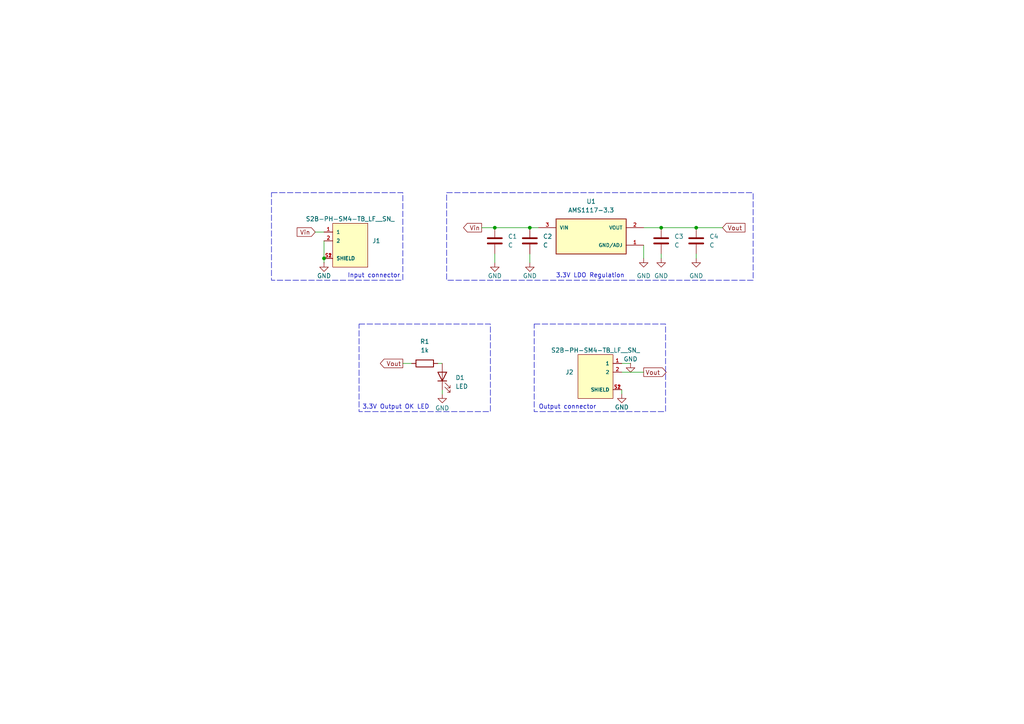
<source format=kicad_sch>
(kicad_sch (version 20231120) (generator "eeschema") (generator_version "8.0")
  (paper "A4")
  (title_block (title "HV2LV-PowerJST") (date "2025-02-15") (rev "1.0") (company "AvelTek"))
  (lib_symbols
    (symbol "AMS1117-3.3:AMS1117-3.3" (pin_names (offset 1.016))
      (property "Reference" "U" (at -10.16 5.588 0))
      (property "Value" "AMS1117-3.3" (at -10.16 -8.128 0))
      (symbol "AMS1117-3.3_0_0"
        (rectangle (start -10.16 -5.08) (end 10.16 5.08) (stroke (width 0.254)) (fill (type background)))
        (pin power_in line (at 15.24 -2.54 180) (length 5.08) (name "GND/ADJ") (number "1"))
        (pin output line (at 15.24 2.54 180) (length 5.08) (name "VOUT") (number "2"))
        (pin input line (at -15.24 2.54 0) (length 5.08) (name "VIN") (number "3"))
      )
    )
    (symbol "Device:C" (pin_numbers hide) (pin_names (offset 0.254))
      (property "Reference" "C" (at 0.635 2.54 0))
      (property "Value" "C" (at 0.635 -2.54 0))
      (symbol "C_0_1"
        (polyline (pts (xy -2.032 -0.762) (xy 2.032 -0.762)) (stroke (width 0.508)))
        (polyline (pts (xy -2.032 0.762) (xy 2.032 0.762)) (stroke (width 0.508)))
      )
      (symbol "C_1_1"
        (pin passive line (at 0 3.81 270) (length 2.794) (name "~") (number "1"))
        (pin passive line (at 0 -3.81 90) (length 2.794) (name "~") (number "2"))
      )
    )
    (symbol "Device:LED" (pin_numbers hide) (pin_names (offset 1.016) hide)
      (property "Reference" "D" (at 0 2.54 0))
      (property "Value" "LED" (at 0 -2.54 0))
      (symbol "LED_0_1"
        (polyline (pts (xy -1.27 -1.27) (xy -1.27 1.27)) (stroke (width 0.254)))
        (polyline (pts (xy -1.27 0) (xy 1.27 0)))
        (polyline (pts (xy 1.27 -1.27) (xy 1.27 1.27) (xy -1.27 0) (xy 1.27 -1.27)) (stroke (width 0.254)))
        (polyline (pts (xy -3.048 -0.762) (xy -4.572 -2.286) (xy -3.81 -2.286) (xy -4.572 -2.286) (xy -4.572 -1.524)))
        (polyline (pts (xy -1.778 -0.762) (xy -3.302 -2.286) (xy -2.54 -2.286) (xy -3.302 -2.286) (xy -3.302 -1.524)))
      )
      (symbol "LED_1_1"
        (pin passive line (at -3.81 0 0) (length 2.54) (name "K") (number "1"))
        (pin passive line (at 3.81 0 180) (length 2.54) (name "A") (number "2"))
      )
    )
    (symbol "Device:R" (pin_numbers hide) (pin_names (offset 0))
      (property "Reference" "R" (at 2.032 0 90))
      (property "Value" "R" (at 0 0 90))
      (symbol "R_0_1"
        (rectangle (start -1.016 -2.54) (end 1.016 2.54) (stroke (width 0.254)))
      )
      (symbol "R_1_1"
        (pin passive line (at 0 3.81 270) (length 1.27) (name "~") (number "1"))
        (pin passive line (at 0 -3.81 90) (length 1.27) (name "~") (number "2"))
      )
    )
    (symbol "S2B-PH-SM4-TB_LF__SN_:S2B-PH-SM4-TB_LF__SN_" (pin_names (offset 1.016))
      (property "Reference" "J" (at -5.0829 5.5957 0))
      (property "Value" "S2B-PH-SM4-TB_LF__SN_" (at -5.0881 -9.4227 0))
      (symbol "S2B-PH-SM4-TB_LF__SN__0_0"
        (rectangle (start -5.08 -7.62) (end 5.08 5.08) (stroke (width 0.1524)) (fill (type background)))
        (pin passive line (at -7.62 2.54 0) (length 2.54) (name "1") (number "1"))
        (pin passive line (at -7.62 0 0) (length 2.54) (name "2") (number "2"))
        (pin passive line (at -7.62 -5.08 0) (length 2.54) (name "SHIELD") (number "S1"))
        (pin passive line (at -7.62 -5.08 0) (length 2.54) (name "SHIELD") (number "S2"))
      )
    )
    (symbol "power:GND" (power) (pin_numbers hide) (pin_names (offset 0) hide)
      (property "Value" "GND" (at 0 -3.81 0))
      (symbol "GND_0_1"
        (polyline (pts (xy 0 0) (xy 0 -1.27) (xy 1.27 -1.27) (xy 0 -2.54) (xy -1.27 -1.27) (xy 0 -1.27)))
      )
      (symbol "GND_1_1"
        (pin power_in line (at 0 0 270) (length 0) (name "~") (number "1"))
      )
    )
  )
  (junction (at 143.51 66.04))
  (junction (at 201.93 66.04))
  (junction (at 153.67 66.04))
  (junction (at 191.77 66.04))
  (junction (at 93.98 74.93))
  (wire (pts (xy 116.84 105.41) (xy 119.38 105.41)))
  (wire (pts (xy 139.7 66.04) (xy 143.51 66.04)))
  (wire (pts (xy 143.51 73.66) (xy 143.51 76.2)))
  (wire (pts (xy 180.34 105.41) (xy 182.88 105.41)))
  (wire (pts (xy 191.77 66.04) (xy 201.93 66.04)))
  (wire (pts (xy 153.67 66.04) (xy 156.21 66.04)))
  (wire (pts (xy 127 105.41) (xy 128.27 105.41)))
  (wire (pts (xy 180.34 107.95) (xy 186.69 107.95)))
  (wire (pts (xy 128.27 113.03) (xy 128.27 114.3)))
  (wire (pts (xy 153.67 73.66) (xy 153.67 76.2)))
  (wire (pts (xy 186.69 66.04) (xy 191.77 66.04)))
  (wire (pts (xy 191.77 73.66) (xy 191.77 74.93)))
  (wire (pts (xy 186.69 71.12) (xy 186.69 74.93)))
  (wire (pts (xy 93.98 74.93) (xy 93.98 76.2)))
  (wire (pts (xy 93.98 69.85) (xy 93.98 74.93)))
  (wire (pts (xy 201.93 73.66) (xy 201.93 74.93)))
  (wire (pts (xy 91.44 67.31) (xy 93.98 67.31)))
  (wire (pts (xy 180.34 113.03) (xy 180.34 114.3)))
  (wire (pts (xy 201.93 66.04) (xy 209.55 66.04)))
  (wire (pts (xy 143.51 66.04) (xy 153.67 66.04)))
  (rectangle (start 104.14 93.98) (end 142.24 119.38) (stroke (width 0) (type dash)))
  (rectangle (start 78.74 55.88) (end 116.84 81.28) (stroke (width 0) (type dash)))
  (rectangle (start 154.94 93.98) (end 193.04 119.38) (stroke (width 0) (type dash)))
  (rectangle (start 129.54 55.88) (end 218.44 81.28) (stroke (width 0) (type dash)))
  (text "Input connector" (at 108.458 80.01 0) (effects (font (size 1.27 1.27))))
  (text "Output connector" (at 164.592 118.11 0) (effects (font (size 1.27 1.27))))
  (text "3.3V Output OK LED" (at 114.808 118.11 0) (effects (font (size 1.27 1.27))))
  (text "3.3V LDO Regulation" (at 171.196 80.01 0) (effects (font (size 1.27 1.27))))
  (global_label "Vin" (shape input) (at 91.44 67.31 180) (property "Intersheetrefs" "${INTERSHEET_REFS}" (effects (hide yes))))
  (global_label "Vin" (shape output) (at 139.7 66.04 180) (property "Intersheetrefs" "${INTERSHEET_REFS}" (effects (hide yes))))
  (global_label "Vout" (shape output) (at 186.69 107.95 0) (property "Intersheetrefs" "${INTERSHEET_REFS}" (effects (hide yes))))
  (global_label "Vout" (shape input) (at 209.55 66.04 0) (property "Intersheetrefs" "${INTERSHEET_REFS}" (effects (hide yes))))
  (global_label "Vout" (shape output) (at 116.84 105.41 180) (property "Intersheetrefs" "${INTERSHEET_REFS}" (effects (hide yes))))
  (symbol (lib_id "Device:C") (at 191.77 69.85 0) (unit 1)
    (property "Reference" "C3" (at 195.58 68.5799 0) (effects (justify left)))
    (property "Value" "C" (at 195.58 71.1199 0) (effects (justify left)))
    (property "Footprint" "Capacitor_SMD:C_0603_1608Metric" (effects (hide yes)))
    (property "Description" "Unpolarized capacitor" (effects (hide yes)))
  )
  (symbol (lib_id "power:GND") (at 191.77 74.93 0) (unit 1)
    (property "Reference" "#PWR04" (effects (hide yes)))
    (property "Value" "GND" (at 191.77 80.01 0))
    (property "Description" "Power symbol creates a global label with name \"GND\" , ground" (effects (hide yes)))
  )
  (symbol (lib_id "S2B-PH-SM4-TB_LF__SN_:S2B-PH-SM4-TB_LF__SN_") (at 172.72 107.95 0) (mirror y) (unit 1)
    (property "Reference" "J2" (at 166.37 107.9499 0) (effects (justify left)))
    (property "Value" "S2B-PH-SM4-TB_LF__SN_" (at 185.674 101.6 0) (effects (justify left)))
    (property "Footprint" "footprints:JST_S2B-PH-SM4-TB_LF__SN_" (effects (hide yes)))
    (property "MF" "JST Sales" (effects (hide yes)))
    (property "Description_1" "\n                        \n                            Connector Header Surface Mount, Right Angle 2 position 0.079 (2.00mm)\n                        \n" (effects (hide yes)))
    (property "Package" "None" (effects (hide yes)))
    (property "Price" "None" (effects (hide yes)))
    (property "Check_prices" "https://www.snapeda.com/parts/S2B-PH-SM4-TB(LF)(SN)/JST/view-part/?ref=eda" (effects (hide yes)))
    (property "STANDARD" "Manufacturer Recommendation" (effects (hide yes)))
    (property "SnapEDA_Link" "https://www.snapeda.com/parts/S2B-PH-SM4-TB(LF)(SN)/JST/view-part/?ref=snap" (effects (hide yes)))
    (property "MP" "S2B-PH-SM4-TB(LF)(SN)" (effects (hide yes)))
    (property "Availability" "In Stock" (effects (hide yes)))
    (property "MANUFACTURER" "JST" (effects (hide yes)))
  )
  (symbol (lib_id "power:GND") (at 153.67 76.2 0) (unit 1)
    (property "Reference" "#PWR03" (effects (hide yes)))
    (property "Value" "GND" (at 153.67 80.01 0))
    (property "Description" "Power symbol creates a global label with name \"GND\" , ground" (effects (hide yes)))
  )
  (symbol (lib_id "Device:C") (at 143.51 69.85 0) (unit 1)
    (property "Reference" "C1" (at 147.32 68.5799 0) (effects (justify left)))
    (property "Value" "C" (at 147.32 71.1199 0) (effects (justify left)))
    (property "Footprint" "Capacitor_SMD:C_0603_1608Metric" (effects (hide yes)))
    (property "Description" "Unpolarized capacitor" (effects (hide yes)))
  )
  (symbol (lib_id "power:GND") (at 128.27 114.3 0) (unit 1)
    (property "Reference" "#PWR07" (effects (hide yes)))
    (property "Value" "GND" (at 128.27 118.364 0))
    (property "Description" "Power symbol creates a global label with name \"GND\" , ground" (effects (hide yes)))
  )
  (symbol (lib_id "Device:C") (at 153.67 69.85 0) (unit 1)
    (property "Reference" "C2" (at 157.48 68.5799 0) (effects (justify left)))
    (property "Value" "C" (at 157.48 71.1199 0) (effects (justify left)))
    (property "Footprint" "Capacitor_SMD:C_0603_1608Metric" (effects (hide yes)))
    (property "Description" "Unpolarized capacitor" (effects (hide yes)))
  )
  (symbol (lib_id "power:GND") (at 182.88 105.41 0) (unit 1)
    (property "Reference" "#PWR09" (effects (hide yes)))
    (property "Value" "GND" (at 182.88 104.14 0))
    (property "Description" "Power symbol creates a global label with name \"GND\" , ground" (effects (hide yes)))
  )
  (symbol (lib_id "S2B-PH-SM4-TB_LF__SN_:S2B-PH-SM4-TB_LF__SN_") (at 101.6 69.85 0) (unit 1)
    (property "Reference" "J1" (at 107.95 69.8499 0) (effects (justify left)))
    (property "Value" "S2B-PH-SM4-TB_LF__SN_" (at 88.646 63.5 0) (effects (justify left)))
    (property "Footprint" "footprints:JST_S2B-PH-SM4-TB_LF__SN_" (effects (hide yes)))
    (property "MF" "JST Sales" (effects (hide yes)))
    (property "Description_1" "\n                        \n                            Connector Header Surface Mount, Right Angle 2 position 0.079 (2.00mm)\n                        \n" (effects (hide yes)))
    (property "Package" "None" (effects (hide yes)))
    (property "Price" "None" (effects (hide yes)))
    (property "Check_prices" "https://www.snapeda.com/parts/S2B-PH-SM4-TB(LF)(SN)/JST/view-part/?ref=eda" (effects (hide yes)))
    (property "STANDARD" "Manufacturer Recommendation" (effects (hide yes)))
    (property "SnapEDA_Link" "https://www.snapeda.com/parts/S2B-PH-SM4-TB(LF)(SN)/JST/view-part/?ref=snap" (effects (hide yes)))
    (property "MP" "S2B-PH-SM4-TB(LF)(SN)" (effects (hide yes)))
    (property "Availability" "In Stock" (effects (hide yes)))
    (property "MANUFACTURER" "JST" (effects (hide yes)))
  )
  (symbol (lib_id "Device:LED") (at 128.27 109.22 90) (unit 1)
    (property "Reference" "D1" (at 132.08 109.5374 90) (effects (justify right)))
    (property "Value" "LED" (at 132.08 112.0774 90) (effects (justify right)))
    (property "Footprint" "LED_SMD:LED_1206_3216Metric" (effects (hide yes)))
    (property "Description" "Light emitting diode" (effects (hide yes)))
  )
  (symbol (lib_id "power:GND") (at 186.69 74.93 0) (unit 1)
    (property "Reference" "#PWR08" (effects (hide yes)))
    (property "Value" "GND" (at 186.69 80.01 0))
    (property "Description" "Power symbol creates a global label with name \"GND\" , ground" (effects (hide yes)))
  )
  (symbol (lib_id "power:GND") (at 143.51 76.2 0) (unit 1)
    (property "Reference" "#PWR02" (effects (hide yes)))
    (property "Value" "GND" (at 143.51 80.01 0))
    (property "Description" "Power symbol creates a global label with name \"GND\" , ground" (effects (hide yes)))
  )
  (symbol (lib_id "AMS1117-3.3:AMS1117-3.3") (at 171.45 68.58 0) (unit 1)
    (property "Reference" "U1" (at 171.45 58.42 0))
    (property "Value" "AMS1117-3.3" (at 171.45 60.96 0))
    (property "Footprint" "footprints:SOT229P700X180-4N" (effects (hide yes)))
    (property "MF" "Advanced Monolithic Systems" (effects (hide yes)))
    (property "MAXIMUM_PACKAGE_HEIGHT" "1.8 mm" (effects (hide yes)))
    (property "Package" "SOT-223 Seeed Technology" (effects (hide yes)))
    (property "Price" "None" (effects (hide yes)))
    (property "Check_prices" "https://www.snapeda.com/parts/AMS1117-3.3/Advanced+Monolithic+Systems/view-part/?ref=eda" (effects (hide yes)))
    (property "STANDARD" "IPC 7351B" (effects (hide yes)))
    (property "PARTREV" "N/A" (effects (hide yes)))
    (property "SnapEDA_Link" "https://www.snapeda.com/parts/AMS1117-3.3/Advanced+Monolithic+Systems/view-part/?ref=snap" (effects (hide yes)))
    (property "SNAPEDA_PACKAGE_ID" "71280" (effects (hide yes)))
    (property "MP" "AMS1117-3.3" (effects (hide yes)))
    (property "Description_1" "\n                        \n                            Sot223/Pkg 1-Amp 3.3-Volt Low Drop Out Voltage Regulatator\n                        \n" (effects (hide yes)))
    (property "MANUFACTURER" "Advanced Monolithic Systems" (effects (hide yes)))
    (property "Availability" "Not in stock" (effects (hide yes)))
    (property "SNAPEDA_PN" "AMS1117-3.3" (effects (hide yes)))
  )
  (symbol (lib_id "Device:C") (at 201.93 69.85 0) (unit 1)
    (property "Reference" "C4" (at 205.74 68.5799 0) (effects (justify left)))
    (property "Value" "C" (at 205.74 71.1199 0) (effects (justify left)))
    (property "Footprint" "Capacitor_SMD:C_0603_1608Metric" (effects (hide yes)))
    (property "Description" "Unpolarized capacitor" (effects (hide yes)))
  )
  (symbol (lib_id "power:GND") (at 93.98 76.2 0) (mirror y) (unit 1)
    (property "Reference" "#PWR01" (effects (hide yes)))
    (property "Value" "GND" (at 93.98 80.01 0))
    (property "Description" "Power symbol creates a global label with name \"GND\" , ground" (effects (hide yes)))
  )
  (symbol (lib_id "power:GND") (at 180.34 114.3 0) (unit 1)
    (property "Reference" "#PWR06" (effects (hide yes)))
    (property "Value" "GND" (at 180.34 118.11 0))
    (property "Description" "Power symbol creates a global label with name \"GND\" , ground" (effects (hide yes)))
  )
  (symbol (lib_id "power:GND") (at 201.93 74.93 0) (unit 1)
    (property "Reference" "#PWR05" (effects (hide yes)))
    (property "Value" "GND" (at 201.93 80.01 0))
    (property "Description" "Power symbol creates a global label with name \"GND\" , ground" (effects (hide yes)))
  )
  (symbol (lib_id "Device:R") (at 123.19 105.41 90) (unit 1)
    (property "Reference" "R1" (at 123.19 99.06 90))
    (property "Value" "1k" (at 123.19 101.6 90))
    (property "Footprint" "Resistor_SMD:R_1206_3216Metric" (effects (hide yes)))
    (property "Description" "Resistor" (effects (hide yes)))
  )
)
</source>
